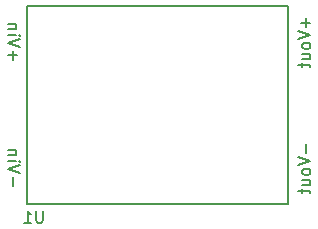
<source format=gbr>
G04 #@! TF.GenerationSoftware,KiCad,Pcbnew,(5.0.0)*
G04 #@! TF.CreationDate,2018-09-24T11:54:02-04:00*
G04 #@! TF.ProjectId,ClockClock,436C6F636B436C6F636B2E6B69636164,v1*
G04 #@! TF.SameCoordinates,Original*
G04 #@! TF.FileFunction,Legend,Bot*
G04 #@! TF.FilePolarity,Positive*
%FSLAX46Y46*%
G04 Gerber Fmt 4.6, Leading zero omitted, Abs format (unit mm)*
G04 Created by KiCad (PCBNEW (5.0.0)) date 09/24/18 11:54:02*
%MOMM*%
%LPD*%
G01*
G04 APERTURE LIST*
%ADD10C,0.150000*%
G04 APERTURE END LIST*
D10*
G04 #@! TO.C,U1*
X96549000Y-131118000D02*
X96549000Y-147882000D01*
X74451000Y-131118000D02*
X74451000Y-147882000D01*
X74451000Y-147882000D02*
X96549000Y-147882000D01*
X74451000Y-131118000D02*
X96549000Y-131118000D01*
X75761904Y-148452380D02*
X75761904Y-149261904D01*
X75714285Y-149357142D01*
X75666666Y-149404761D01*
X75571428Y-149452380D01*
X75380952Y-149452380D01*
X75285714Y-149404761D01*
X75238095Y-149357142D01*
X75190476Y-149261904D01*
X75190476Y-148452380D01*
X74190476Y-149452380D02*
X74761904Y-149452380D01*
X74476190Y-149452380D02*
X74476190Y-148452380D01*
X74571428Y-148595238D01*
X74666666Y-148690476D01*
X74761904Y-148738095D01*
X98017428Y-142834000D02*
X98017428Y-143595904D01*
X97398380Y-143929238D02*
X98398380Y-144262571D01*
X97398380Y-144595904D01*
X98398380Y-145072095D02*
X98350761Y-144976857D01*
X98303142Y-144929238D01*
X98207904Y-144881619D01*
X97922190Y-144881619D01*
X97826952Y-144929238D01*
X97779333Y-144976857D01*
X97731714Y-145072095D01*
X97731714Y-145214952D01*
X97779333Y-145310190D01*
X97826952Y-145357809D01*
X97922190Y-145405428D01*
X98207904Y-145405428D01*
X98303142Y-145357809D01*
X98350761Y-145310190D01*
X98398380Y-145214952D01*
X98398380Y-145072095D01*
X97731714Y-146262571D02*
X98398380Y-146262571D01*
X97731714Y-145834000D02*
X98255523Y-145834000D01*
X98350761Y-145881619D01*
X98398380Y-145976857D01*
X98398380Y-146119714D01*
X98350761Y-146214952D01*
X98303142Y-146262571D01*
X97731714Y-146595904D02*
X97731714Y-146976857D01*
X97398380Y-146738761D02*
X98255523Y-146738761D01*
X98350761Y-146786380D01*
X98398380Y-146881619D01*
X98398380Y-146976857D01*
X98017428Y-132166000D02*
X98017428Y-132927904D01*
X98398380Y-132546952D02*
X97636476Y-132546952D01*
X97398380Y-133261238D02*
X98398380Y-133594571D01*
X97398380Y-133927904D01*
X98398380Y-134404095D02*
X98350761Y-134308857D01*
X98303142Y-134261238D01*
X98207904Y-134213619D01*
X97922190Y-134213619D01*
X97826952Y-134261238D01*
X97779333Y-134308857D01*
X97731714Y-134404095D01*
X97731714Y-134546952D01*
X97779333Y-134642190D01*
X97826952Y-134689809D01*
X97922190Y-134737428D01*
X98207904Y-134737428D01*
X98303142Y-134689809D01*
X98350761Y-134642190D01*
X98398380Y-134546952D01*
X98398380Y-134404095D01*
X97731714Y-135594571D02*
X98398380Y-135594571D01*
X97731714Y-135166000D02*
X98255523Y-135166000D01*
X98350761Y-135213619D01*
X98398380Y-135308857D01*
X98398380Y-135451714D01*
X98350761Y-135546952D01*
X98303142Y-135594571D01*
X97731714Y-135927904D02*
X97731714Y-136308857D01*
X97398380Y-136070761D02*
X98255523Y-136070761D01*
X98350761Y-136118380D01*
X98398380Y-136213619D01*
X98398380Y-136308857D01*
X73236571Y-146334000D02*
X73236571Y-145572095D01*
X73855619Y-145238761D02*
X72855619Y-144905428D01*
X73855619Y-144572095D01*
X72855619Y-144238761D02*
X73522285Y-144238761D01*
X73855619Y-144238761D02*
X73808000Y-144286380D01*
X73760380Y-144238761D01*
X73808000Y-144191142D01*
X73855619Y-144238761D01*
X73760380Y-144238761D01*
X73522285Y-143762571D02*
X72855619Y-143762571D01*
X73427047Y-143762571D02*
X73474666Y-143714952D01*
X73522285Y-143619714D01*
X73522285Y-143476857D01*
X73474666Y-143381619D01*
X73379428Y-143334000D01*
X72855619Y-143334000D01*
X73236571Y-135666000D02*
X73236571Y-134904095D01*
X72855619Y-135285047D02*
X73617523Y-135285047D01*
X73855619Y-134570761D02*
X72855619Y-134237428D01*
X73855619Y-133904095D01*
X72855619Y-133570761D02*
X73522285Y-133570761D01*
X73855619Y-133570761D02*
X73808000Y-133618380D01*
X73760380Y-133570761D01*
X73808000Y-133523142D01*
X73855619Y-133570761D01*
X73760380Y-133570761D01*
X73522285Y-133094571D02*
X72855619Y-133094571D01*
X73427047Y-133094571D02*
X73474666Y-133046952D01*
X73522285Y-132951714D01*
X73522285Y-132808857D01*
X73474666Y-132713619D01*
X73379428Y-132666000D01*
X72855619Y-132666000D01*
G04 #@! TD*
M02*

</source>
